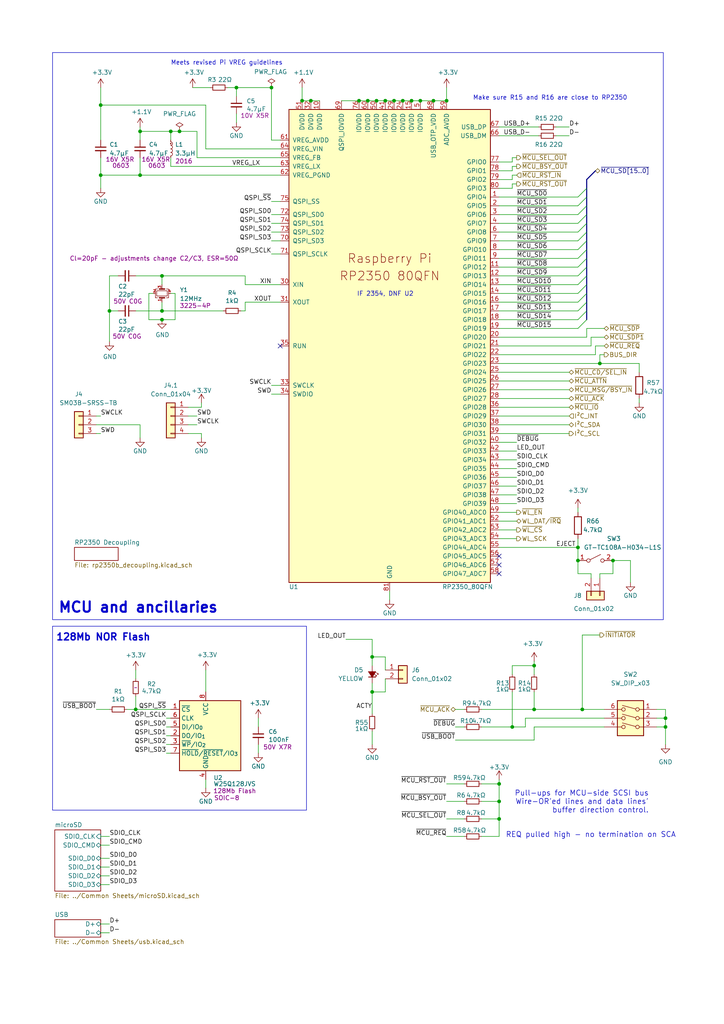
<source format=kicad_sch>
(kicad_sch (version 20250114) (generator "eeschema") (generator_version "9.0")
  (paper "A4" portrait)
  (title_block (title "GBSCSI2 Common Platform Core - RP235xB, Wide") (date "2026-02-01") (rev "2.0") (comment 1 "Drawn by George R. M."))
  (rectangle (start 15.24 15.24) (end 192.405 179.705))
  (rectangle (start 15.24 181.61) (end 88.9 234.95))
  (text "128Mb NOR Flash" (at 29.972 184.912 0) (effects (font (size 2 2) (thickness 0.4) (bold yes))))
  (text "Pull-ups for MCU-side SCSI bus\nWire-OR'ed lines and data lines'\nbuffer direction control." (at 188.214 235.966 0) (effects (font (size 1.524 1.524)) (justify right bottom)))
  (text "IF 2354, DNF U2" (at 111.76 85.344 0) (effects (font (size 1.27 1.27))))
  (text "MCU and ancillaries" (at 16.764 178.054 0) (effects (font (size 3 3) (thickness 0.6) (bold yes)) (justify left bottom)))
  (text "REQ pulled high - no termination on SCA" (at 196.088 243.078 0) (effects (font (size 1.524 1.524)) (justify right bottom)))
  (text "Make sure R15 and R16 are close to RP2350" (at 137.16 29.21 0) (effects (font (size 1.27 1.27)) (justify left bottom)))
  (text "Meets revised Pi VREG guidelines" (at 49.53 19.05 0) (effects (font (size 1.27 1.27)) (justify left bottom)))
  (junction (at 125.73 29.21))
  (junction (at 90.17 29.21))
  (junction (at 46.99 90.17))
  (junction (at 52.07 38.1))
  (junction (at 119.38 29.21))
  (junction (at 167.64 162.56))
  (junction (at 29.21 50.8))
  (junction (at 46.99 92.71))
  (junction (at 167.64 158.75))
  (junction (at 114.3 29.21))
  (junction (at 177.8 162.56))
  (junction (at 49.53 38.1))
  (junction (at 107.95 190.5))
  (junction (at 111.76 29.21))
  (junction (at 193.04 210.82))
  (junction (at 107.95 200.66))
  (junction (at 121.92 29.21))
  (junction (at 78.74 25.4))
  (junction (at 39.37 205.74))
  (junction (at 129.54 29.21))
  (junction (at 154.94 205.74))
  (junction (at 106.68 29.21))
  (junction (at 87.63 29.21))
  (junction (at 144.78 237.49))
  (junction (at 46.99 80.01))
  (junction (at 144.78 227.33))
  (junction (at 173.99 105.41))
  (junction (at 40.64 38.1))
  (junction (at 104.14 29.21))
  (junction (at 109.22 29.21))
  (junction (at 40.64 50.8))
  (junction (at 168.91 205.74))
  (junction (at 154.94 193.04))
  (junction (at 29.21 30.48))
  (junction (at 68.58 25.4))
  (junction (at 144.78 232.41))
  (junction (at 116.84 29.21))
  (junction (at 31.75 90.17))
  (junction (at 148.59 210.82))
  (junction (at 193.04 208.28))
  (no_connect (at 144.78 166.37))
  (no_connect (at 144.78 163.83))
  (no_connect (at 144.78 161.29))
  (no_connect (at 81.28 100.33))
  (bus_entry (at 167.64 74.93) (size 2.54 -2.54))
  (bus_entry (at 167.64 59.69) (size 2.54 -2.54))
  (bus_entry (at 167.64 77.47) (size 2.54 -2.54))
  (bus_entry (at 167.64 80.01) (size 2.54 -2.54))
  (bus_entry (at 167.64 72.39) (size 2.54 -2.54))
  (bus_entry (at 167.64 82.55) (size 2.54 -2.54))
  (bus_entry (at 167.64 90.17) (size 2.54 -2.54))
  (bus_entry (at 167.64 69.85) (size 2.54 -2.54))
  (bus_entry (at 167.64 85.09) (size 2.54 -2.54))
  (bus_entry (at 167.64 92.71) (size 2.54 -2.54))
  (bus_entry (at 167.64 64.77) (size 2.54 -2.54))
  (bus_entry (at 167.64 67.31) (size 2.54 -2.54))
  (bus_entry (at 167.64 95.25) (size 2.54 -2.54))
  (bus_entry (at 167.64 87.63) (size 2.54 -2.54))
  (bus_entry (at 167.64 57.15) (size 2.54 -2.54))
  (bus_entry (at 167.64 62.23) (size 2.54 -2.54))
  (wire (pts (xy 154.94 205.74) (xy 168.91 205.74)))
  (wire (pts (xy 87.63 25.4) (xy 87.63 29.21)))
  (wire (pts (xy 57.15 45.72) (xy 57.15 38.1)))
  (wire (pts (xy 99.06 29.21) (xy 104.14 29.21)))
  (wire (pts (xy 149.86 50.8) (xy 148.59 50.8)))
  (wire (pts (xy 182.88 162.56) (xy 182.88 168.91)))
  (wire (pts (xy 148.59 50.8) (xy 148.59 52.07)))
  (wire (pts (xy 154.94 193.04) (xy 148.59 193.04)))
  (wire (pts (xy 170.18 95.25) (xy 170.18 97.79)))
  (bus (pts (xy 170.18 67.31) (xy 170.18 64.77)))
  (wire (pts (xy 148.59 52.07) (xy 144.78 52.07)))
  (wire (pts (xy 81.28 58.42) (xy 78.74 58.42)))
  (wire (pts (xy 111.76 29.21) (xy 114.3 29.21)))
  (wire (pts (xy 54.61 120.65) (xy 57.15 120.65)))
  (wire (pts (xy 148.59 210.82) (xy 152.4 210.82)))
  (wire (pts (xy 173.99 102.87) (xy 173.99 105.41)))
  (wire (pts (xy 74.93 210.82) (xy 74.93 208.28)))
  (wire (pts (xy 36.83 205.74) (xy 39.37 205.74)))
  (wire (pts (xy 149.86 148.59) (xy 144.78 148.59)))
  (wire (pts (xy 149.86 53.34) (xy 148.59 53.34)))
  (wire (pts (xy 78.74 25.4) (xy 78.74 40.64)))
  (wire (pts (xy 173.99 105.41) (xy 185.42 105.41)))
  (wire (pts (xy 71.12 82.55) (xy 81.28 82.55)))
  (wire (pts (xy 148.59 45.72) (xy 148.59 46.99)))
  (wire (pts (xy 149.86 130.81) (xy 144.78 130.81)))
  (wire (pts (xy 31.75 251.46) (xy 29.21 251.46)))
  (wire (pts (xy 144.78 87.63) (xy 167.64 87.63)))
  (wire (pts (xy 193.04 208.28) (xy 190.5 208.28)))
  (bus (pts (xy 170.18 52.07) (xy 170.18 54.61)))
  (wire (pts (xy 144.78 95.25) (xy 167.64 95.25)))
  (wire (pts (xy 107.95 212.09) (xy 107.95 215.9)))
  (wire (pts (xy 144.78 67.31) (xy 167.64 67.31)))
  (wire (pts (xy 144.78 107.95) (xy 165.1 107.95)))
  (wire (pts (xy 139.7 237.49) (xy 144.78 237.49)))
  (wire (pts (xy 148.59 200.66) (xy 148.59 210.82)))
  (wire (pts (xy 144.78 69.85) (xy 167.64 69.85)))
  (bus (pts (xy 170.18 69.85) (xy 170.18 67.31)))
  (wire (pts (xy 31.75 254) (xy 29.21 254)))
  (wire (pts (xy 54.61 125.73) (xy 58.42 125.73)))
  (wire (pts (xy 87.63 29.21) (xy 90.17 29.21)))
  (wire (pts (xy 139.7 242.57) (xy 144.78 242.57)))
  (wire (pts (xy 106.68 29.21) (xy 109.22 29.21)))
  (wire (pts (xy 68.58 33.02) (xy 68.58 35.56)))
  (wire (pts (xy 58.42 125.73) (xy 58.42 127)))
  (wire (pts (xy 31.75 242.57) (xy 29.21 242.57)))
  (wire (pts (xy 144.78 36.83) (xy 156.21 36.83)))
  (wire (pts (xy 111.76 190.5) (xy 107.95 190.5)))
  (wire (pts (xy 154.94 205.74) (xy 139.7 205.74)))
  (wire (pts (xy 69.85 90.17) (xy 71.12 90.17)))
  (wire (pts (xy 100.33 185.42) (xy 107.95 185.42)))
  (wire (pts (xy 149.86 48.26) (xy 148.59 48.26)))
  (wire (pts (xy 29.21 125.73) (xy 27.94 125.73)))
  (wire (pts (xy 149.86 138.43) (xy 144.78 138.43)))
  (wire (pts (xy 172.72 102.87) (xy 144.78 102.87)))
  (wire (pts (xy 49.53 45.72) (xy 49.53 48.26)))
  (wire (pts (xy 59.69 30.48) (xy 59.69 43.18)))
  (wire (pts (xy 40.64 38.1) (xy 49.53 38.1)))
  (wire (pts (xy 154.94 200.66) (xy 154.94 205.74)))
  (wire (pts (xy 121.92 29.21) (xy 125.73 29.21)))
  (wire (pts (xy 171.45 100.33) (xy 144.78 100.33)))
  (bus (pts (xy 170.18 64.77) (xy 170.18 62.23)))
  (wire (pts (xy 29.21 30.48) (xy 29.21 40.64)))
  (wire (pts (xy 40.64 50.8) (xy 81.28 50.8)))
  (wire (pts (xy 148.59 48.26) (xy 148.59 49.53)))
  (wire (pts (xy 129.54 237.49) (xy 134.62 237.49)))
  (wire (pts (xy 165.1 113.03) (xy 144.78 113.03)))
  (bus (pts (xy 170.18 87.63) (xy 170.18 85.09)))
  (wire (pts (xy 49.53 48.26) (xy 81.28 48.26)))
  (wire (pts (xy 71.12 80.01) (xy 71.12 82.55)))
  (wire (pts (xy 144.78 158.75) (xy 167.64 158.75)))
  (wire (pts (xy 66.04 25.4) (xy 68.58 25.4)))
  (wire (pts (xy 144.78 80.01) (xy 167.64 80.01)))
  (wire (pts (xy 165.1 125.73) (xy 144.78 125.73)))
  (wire (pts (xy 111.76 200.66) (xy 107.95 200.66)))
  (wire (pts (xy 170.18 97.79) (xy 144.78 97.79)))
  (wire (pts (xy 111.76 200.66) (xy 111.76 196.85)))
  (wire (pts (xy 27.94 205.74) (xy 31.75 205.74)))
  (wire (pts (xy 165.1 118.11) (xy 144.78 118.11)))
  (wire (pts (xy 31.75 248.92) (xy 29.21 248.92)))
  (wire (pts (xy 34.29 90.17) (xy 31.75 90.17)))
  (bus (pts (xy 170.18 82.55) (xy 170.18 80.01)))
  (wire (pts (xy 68.58 25.4) (xy 68.58 27.94)))
  (wire (pts (xy 173.99 166.37) (xy 173.99 167.64)))
  (wire (pts (xy 154.94 210.82) (xy 175.26 210.82)))
  (wire (pts (xy 170.18 95.25) (xy 175.26 95.25)))
  (wire (pts (xy 161.29 39.37) (xy 165.1 39.37)))
  (wire (pts (xy 149.86 156.21) (xy 144.78 156.21)))
  (wire (pts (xy 39.37 194.31) (xy 39.37 196.85)))
  (wire (pts (xy 31.75 267.97) (xy 29.21 267.97)))
  (wire (pts (xy 144.78 105.41) (xy 173.99 105.41)))
  (wire (pts (xy 144.78 62.23) (xy 167.64 62.23)))
  (wire (pts (xy 48.26 208.28) (xy 49.53 208.28)))
  (wire (pts (xy 144.78 74.93) (xy 167.64 74.93)))
  (bus (pts (xy 170.18 54.61) (xy 170.18 57.15)))
  (bus (pts (xy 170.18 90.17) (xy 170.18 87.63)))
  (wire (pts (xy 46.99 87.63) (xy 46.99 90.17)))
  (wire (pts (xy 144.78 92.71) (xy 167.64 92.71)))
  (wire (pts (xy 107.95 200.66) (xy 107.95 207.01)))
  (wire (pts (xy 175.26 100.33) (xy 172.72 100.33)))
  (wire (pts (xy 144.78 77.47) (xy 167.64 77.47)))
  (wire (pts (xy 132.08 210.82) (xy 134.62 210.82)))
  (wire (pts (xy 167.64 147.32) (xy 167.64 148.59)))
  (wire (pts (xy 125.73 29.21) (xy 129.54 29.21)))
  (wire (pts (xy 185.42 116.84) (xy 185.42 115.57)))
  (wire (pts (xy 129.54 242.57) (xy 134.62 242.57)))
  (wire (pts (xy 43.18 85.09) (xy 44.45 85.09)))
  (wire (pts (xy 167.64 162.56) (xy 167.64 158.75)))
  (wire (pts (xy 148.59 210.82) (xy 139.7 210.82)))
  (wire (pts (xy 149.86 140.97) (xy 144.78 140.97)))
  (wire (pts (xy 39.37 80.01) (xy 46.99 80.01)))
  (wire (pts (xy 46.99 92.71) (xy 43.18 92.71)))
  (wire (pts (xy 71.12 87.63) (xy 71.12 90.17)))
  (wire (pts (xy 107.95 185.42) (xy 107.95 190.5)))
  (wire (pts (xy 149.86 151.13) (xy 144.78 151.13)))
  (wire (pts (xy 171.45 97.79) (xy 175.26 97.79)))
  (wire (pts (xy 193.04 210.82) (xy 193.04 215.9)))
  (wire (pts (xy 168.91 184.15) (xy 168.91 205.74)))
  (wire (pts (xy 81.28 111.76) (xy 78.74 111.76)))
  (wire (pts (xy 107.95 198.12) (xy 107.95 200.66)))
  (wire (pts (xy 49.53 210.82) (xy 48.26 210.82)))
  (wire (pts (xy 119.38 29.21) (xy 121.92 29.21)))
  (wire (pts (xy 165.1 115.57) (xy 144.78 115.57)))
  (wire (pts (xy 148.59 54.61) (xy 144.78 54.61)))
  (wire (pts (xy 78.74 69.85) (xy 81.28 69.85)))
  (wire (pts (xy 149.86 45.72) (xy 148.59 45.72)))
  (wire (pts (xy 139.7 227.33) (xy 144.78 227.33)))
  (wire (pts (xy 111.76 194.31) (xy 111.76 190.5)))
  (wire (pts (xy 59.69 43.18) (xy 81.28 43.18)))
  (wire (pts (xy 193.04 205.74) (xy 193.04 208.28)))
  (wire (pts (xy 50.8 85.09) (xy 50.8 92.71)))
  (wire (pts (xy 148.59 49.53) (xy 144.78 49.53)))
  (wire (pts (xy 134.62 227.33) (xy 129.54 227.33)))
  (wire (pts (xy 154.94 193.04) (xy 154.94 195.58)))
  (wire (pts (xy 144.78 237.49) (xy 144.78 232.41)))
  (wire (pts (xy 39.37 205.74) (xy 49.53 205.74)))
  (wire (pts (xy 148.59 53.34) (xy 148.59 54.61)))
  (wire (pts (xy 144.78 57.15) (xy 167.64 57.15)))
  (wire (pts (xy 49.53 38.1) (xy 49.53 40.64)))
  (wire (pts (xy 114.3 29.21) (xy 116.84 29.21)))
  (wire (pts (xy 190.5 205.74) (xy 193.04 205.74)))
  (wire (pts (xy 50.8 92.71) (xy 46.99 92.71)))
  (wire (pts (xy 167.64 156.21) (xy 167.64 158.75)))
  (wire (pts (xy 29.21 50.8) (xy 29.21 54.61)))
  (bus (pts (xy 170.18 80.01) (xy 170.18 77.47)))
  (wire (pts (xy 54.61 123.19) (xy 57.15 123.19)))
  (wire (pts (xy 154.94 214.63) (xy 154.94 210.82)))
  (wire (pts (xy 177.8 162.56) (xy 177.8 166.37)))
  (wire (pts (xy 78.74 64.77) (xy 81.28 64.77)))
  (wire (pts (xy 29.21 120.65) (xy 27.94 120.65)))
  (wire (pts (xy 34.29 80.01) (xy 31.75 80.01)))
  (bus (pts (xy 170.18 74.93) (xy 170.18 77.47)))
  (wire (pts (xy 90.17 29.21) (xy 92.71 29.21)))
  (bus (pts (xy 170.18 72.39) (xy 170.18 69.85)))
  (wire (pts (xy 132.08 205.74) (xy 134.62 205.74)))
  (wire (pts (xy 52.07 38.1) (xy 57.15 38.1)))
  (wire (pts (xy 144.78 120.65) (xy 165.1 120.65)))
  (wire (pts (xy 39.37 90.17) (xy 46.99 90.17)))
  (wire (pts (xy 31.75 90.17) (xy 31.75 99.06)))
  (wire (pts (xy 68.58 25.4) (xy 78.74 25.4)))
  (wire (pts (xy 43.18 92.71) (xy 43.18 85.09)))
  (wire (pts (xy 134.62 232.41) (xy 129.54 232.41)))
  (wire (pts (xy 107.95 190.5) (xy 107.95 193.04)))
  (wire (pts (xy 152.4 208.28) (xy 152.4 210.82)))
  (wire (pts (xy 144.78 72.39) (xy 167.64 72.39)))
  (wire (pts (xy 31.75 245.11) (xy 29.21 245.11)))
  (wire (pts (xy 49.53 218.44) (xy 48.26 218.44)))
  (wire (pts (xy 144.78 85.09) (xy 167.64 85.09)))
  (wire (pts (xy 139.7 232.41) (xy 144.78 232.41)))
  (wire (pts (xy 193.04 208.28) (xy 193.04 210.82)))
  (wire (pts (xy 149.86 135.89) (xy 144.78 135.89)))
  (wire (pts (xy 59.69 194.31) (xy 59.69 200.66)))
  (wire (pts (xy 49.53 85.09) (xy 50.8 85.09)))
  (wire (pts (xy 177.8 162.56) (xy 182.88 162.56)))
  (wire (pts (xy 152.4 208.28) (xy 175.26 208.28)))
  (wire (pts (xy 193.04 210.82) (xy 190.5 210.82)))
  (wire (pts (xy 29.21 25.4) (xy 29.21 30.48)))
  (wire (pts (xy 149.86 128.27) (xy 144.78 128.27)))
  (wire (pts (xy 144.78 59.69) (xy 167.64 59.69)))
  (wire (pts (xy 81.28 45.72) (xy 57.15 45.72)))
  (wire (pts (xy 185.42 105.41) (xy 185.42 107.95)))
  (wire (pts (xy 167.64 162.56) (xy 167.64 166.37)))
  (wire (pts (xy 31.75 270.51) (xy 29.21 270.51)))
  (wire (pts (xy 49.53 213.36) (xy 48.26 213.36)))
  (wire (pts (xy 148.59 46.99) (xy 144.78 46.99)))
  (wire (pts (xy 46.99 80.01) (xy 71.12 80.01)))
  (wire (pts (xy 29.21 50.8) (xy 40.64 50.8)))
  (wire (pts (xy 40.64 123.19) (xy 40.64 127)))
  (wire (pts (xy 129.54 25.4) (xy 129.54 29.21)))
  (wire (pts (xy 173.99 166.37) (xy 177.8 166.37)))
  (wire (pts (xy 148.59 195.58) (xy 148.59 193.04)))
  (wire (pts (xy 46.99 80.01) (xy 46.99 82.55)))
  (wire (pts (xy 78.74 40.64) (xy 81.28 40.64)))
  (wire (pts (xy 144.78 64.77) (xy 167.64 64.77)))
  (wire (pts (xy 173.99 102.87) (xy 175.26 102.87)))
  (wire (pts (xy 74.93 215.9) (xy 74.93 218.44)))
  (wire (pts (xy 54.61 118.11) (xy 58.42 118.11)))
  (wire (pts (xy 149.86 146.05) (xy 144.78 146.05)))
  (wire (pts (xy 29.21 30.48) (xy 59.69 30.48)))
  (wire (pts (xy 59.69 228.6) (xy 59.69 226.06)))
  (wire (pts (xy 161.29 36.83) (xy 165.1 36.83)))
  (wire (pts (xy 144.78 39.37) (xy 156.21 39.37)))
  (wire (pts (xy 144.78 82.55) (xy 167.64 82.55)))
  (wire (pts (xy 167.64 166.37) (xy 171.45 166.37)))
  (wire (pts (xy 144.78 227.33) (xy 144.78 226.06)))
  (wire (pts (xy 104.14 29.21) (xy 106.68 29.21)))
  (wire (pts (xy 29.21 45.72) (xy 29.21 50.8)))
  (bus (pts (xy 170.18 52.07) (xy 172.72 49.53)))
  (wire (pts (xy 144.78 237.49) (xy 144.78 242.57)))
  (wire (pts (xy 109.22 29.21) (xy 111.76 29.21)))
  (wire (pts (xy 113.03 173.99) (xy 113.03 171.45)))
  (wire (pts (xy 171.45 166.37) (xy 171.45 167.64)))
  (wire (pts (xy 78.74 67.31) (xy 81.28 67.31)))
  (wire (pts (xy 55.88 25.4) (xy 60.96 25.4)))
  (wire (pts (xy 165.1 110.49) (xy 144.78 110.49)))
  (wire (pts (xy 149.86 153.67) (xy 144.78 153.67)))
  (bus (pts (xy 170.18 92.71) (xy 170.18 90.17)))
  (wire (pts (xy 144.78 90.17) (xy 167.64 90.17)))
  (wire (pts (xy 171.45 97.79) (xy 171.45 100.33)))
  (wire (pts (xy 71.12 87.63) (xy 81.28 87.63)))
  (wire (pts (xy 46.99 90.17) (xy 64.77 90.17)))
  (wire (pts (xy 168.91 184.15) (xy 173.99 184.15)))
  (bus (pts (xy 170.18 72.39) (xy 170.18 74.93)))
  (wire (pts (xy 144.78 232.41) (xy 144.78 227.33)))
  (wire (pts (xy 116.84 29.21) (xy 119.38 29.21)))
  (bus (pts (xy 170.18 62.23) (xy 170.18 59.69)))
  (bus (pts (xy 170.18 85.09) (xy 170.18 82.55)))
  (wire (pts (xy 31.75 80.01) (xy 31.75 90.17)))
  (wire (pts (xy 40.64 45.72) (xy 40.64 50.8)))
  (wire (pts (xy 154.94 214.63) (xy 132.08 214.63)))
  (wire (pts (xy 40.64 36.83) (xy 40.64 38.1)))
  (wire (pts (xy 154.94 191.77) (xy 154.94 193.04)))
  (wire (pts (xy 149.86 133.35) (xy 144.78 133.35)))
  (wire (pts (xy 27.94 123.19) (xy 40.64 123.19)))
  (wire (pts (xy 31.75 256.54) (xy 29.21 256.54)))
  (wire (pts (xy 81.28 73.66) (xy 78.74 73.66)))
  (wire (pts (xy 149.86 143.51) (xy 144.78 143.51)))
  (wire (pts (xy 168.91 205.74) (xy 175.26 205.74)))
  (wire (pts (xy 39.37 201.93) (xy 39.37 205.74)))
  (wire (pts (xy 49.53 215.9) (xy 48.26 215.9)))
  (wire (pts (xy 81.28 114.3) (xy 78.74 114.3)))
  (wire (pts (xy 165.1 123.19) (xy 144.78 123.19)))
  (wire (pts (xy 40.64 38.1) (xy 40.64 40.64)))
  (wire (pts (xy 78.74 62.23) (xy 81.28 62.23)))
  (wire (pts (xy 172.72 100.33) (xy 172.72 102.87)))
  (bus (pts (xy 170.18 59.69) (xy 170.18 57.15)))
  (wire (pts (xy 49.53 38.1) (xy 52.07 38.1)))
  (wire (pts (xy 58.42 118.11) (xy 58.42 116.84)))
  (label "ACTY" (at 107.95 205.74 180))
  (label "QSPI_SCLK" (at 48.26 208.28 180))
  (label "SDIO_D2" (at 31.75 254 0))
  (label "~{MCU_SD9}" (at 149.86 80.01 0))
  (label "SWD" (at 78.74 114.3 180))
  (label "~{MCU_SD1}" (at 149.86 59.69 0))
  (label "QSPI_SD1" (at 48.26 213.36 180))
  (label "SDIO_CMD" (at 149.86 135.89 0))
  (label "~{USB_BOOT}" (at 27.94 205.74 180))
  (label "SDIO_D0" (at 31.75 248.92 0))
  (label "SDIO_D0" (at 149.86 138.43 0))
  (label "~{MCU_SD4}" (at 149.86 67.31 0))
  (label "XIN" (at 78.74 82.55 180))
  (label "~{MCU_SD15}" (at 149.86 95.25 0))
  (label "~{MCU_SEL_OUT}" (at 129.54 237.49 180))
  (label "SWCLK" (at 29.21 120.65 0))
  (label "~{MCU_REQ}" (at 129.54 242.57 180))
  (label "~{MCU_SD2}" (at 149.86 62.23 0))
  (label "QSPI_SCLK" (at 78.74 73.66 180))
  (label "D+" (at 31.75 267.97 0))
  (label "QSPI_SD1" (at 78.74 64.77 180))
  (label "D-" (at 31.75 270.51 0))
  (label "EJECT" (at 161.29 158.75 0))
  (label "QSPI_SD3" (at 78.74 69.85 180))
  (label "SDIO_D1" (at 31.75 251.46 0))
  (label "SDIO_D3" (at 31.75 256.54 0))
  (label "QSPI_~{SS}" (at 78.74 58.42 180))
  (label "~{DEBUG}" (at 149.86 128.27 0))
  (label "VREG_LX" (at 67.31 48.26 0))
  (label "~{MCU_RST_OUT}" (at 129.54 227.33 180))
  (label "~{MCU_SD14}" (at 149.86 92.71 0))
  (label "QSPI_SD2" (at 78.74 67.31 180))
  (label "SDIO_D2" (at 149.86 143.51 0))
  (label "SDIO_D1" (at 149.86 140.97 0))
  (label "QSPI_SD0" (at 78.74 62.23 180))
  (label "~{USB_BOOT}" (at 132.08 214.63 180))
  (label "SWCLK" (at 57.15 123.19 0))
  (label "~{DEBUG}" (at 132.08 210.82 180))
  (label "SWD" (at 29.21 125.73 0))
  (label "LED_OUT" (at 149.86 130.81 0))
  (label "QSPI_SD2" (at 48.26 215.9 180))
  (label "~{MCU_SD3}" (at 149.86 64.77 0))
  (label "~{MCU_SD13}" (at 149.86 90.17 0))
  (label "D+" (at 165.1 36.83 0))
  (label "~{MCU_SD11}" (at 149.86 85.09 0))
  (label "~{MCU_SD8}" (at 149.86 77.47 0))
  (label "SDIO_CLK" (at 31.75 242.57 0))
  (label "SDIO_CLK" (at 149.86 133.35 0))
  (label "QSPI_SD3" (at 48.26 218.44 180))
  (label "SDIO_D3" (at 149.86 146.05 0))
  (label "XOUT" (at 78.74 87.63 180))
  (label "SDIO_CMD" (at 31.75 245.11 0))
  (label "~{MCU_SD6}" (at 149.86 72.39 0))
  (label "~{MCU_SD7}" (at 149.86 74.93 0))
  (label "LED_OUT" (at 100.33 185.42 180))
  (label "USB_D-" (at 146.05 39.37 0))
  (label "D-" (at 165.1 39.37 0))
  (label "~{MCU_SD5}" (at 149.86 69.85 0))
  (label "~{MCU_SD0}" (at 149.86 57.15 0))
  (label "~{MCU_SD12}" (at 149.86 87.63 0))
  (label "USB_D+" (at 146.05 36.83 0))
  (label "~{MCU_SD10}" (at 149.86 82.55 0))
  (label "SWCLK" (at 78.74 111.76 180))
  (label "QSPI_~{SS}" (at 48.26 205.74 180))
  (label "QSPI_SD0" (at 48.26 210.82 180))
  (label "~{MCU_BSY_OUT}" (at 129.54 232.41 180))
  (label "SWD" (at 57.15 120.65 0))
  (hierarchical_label "~{MCU_ACK}" (shape bidirectional) (at 132.08 205.74 180))
  (hierarchical_label "~{MCU_RST_OUT}" (shape output) (at 149.86 53.34 0))
  (hierarchical_label "~{MCU_SDP1}" (shape bidirectional) (at 175.26 97.79 0))
  (hierarchical_label "~{WL_CS}" (shape output) (at 149.86 153.67 0))
  (hierarchical_label "~{MCU_IO}" (shape bidirectional) (at 165.1 118.11 0))
  (hierarchical_label "~{MCU_ACK}" (shape bidirectional) (at 165.1 115.57 0))
  (hierarchical_label "BUS_DIR" (shape output) (at 175.26 102.87 0))
  (hierarchical_label "I²C_INT" (shape input) (at 165.1 120.65 0))
  (hierarchical_label "~{MCU_BSY_OUT}" (shape output) (at 149.86 48.26 0))
  (hierarchical_label "~{MCU_CD{slash}SEL_IN}" (shape bidirectional) (at 165.1 107.95 0))
  (hierarchical_label "~{MCU_ATTN}" (shape bidirectional) (at 165.1 110.49 0))
  (hierarchical_label "~{MCU_SEL_OUT}" (shape output) (at 149.86 45.72 0))
  (hierarchical_label "~{MCU_REQ}" (shape bidirectional) (at 175.26 100.33 0))
  (hierarchical_label "I²C_SCL" (shape output) (at 165.1 125.73 0))
  (hierarchical_label "WL_SCK" (shape output) (at 149.86 156.21 0))
  (hierarchical_label "~{MCU_RST_IN}" (shape input) (at 149.86 50.8 0))
  (hierarchical_label "I²C_SDA" (shape bidirectional) (at 165.1 123.19 0))
  (hierarchical_label "~{MCU_SD[15..0]}" (shape bidirectional) (at 172.72 49.53 0))
  (hierarchical_label "WL_DAT{slash}~{IRQ}" (shape bidirectional) (at 149.86 151.13 0))
  (hierarchical_label "~{INITIATOR}" (shape output) (at 173.99 184.15 0))
  (hierarchical_label "~{WL_EN}" (shape output) (at 149.86 148.59 0))
  (hierarchical_label "~{MCU_SDP}" (shape bidirectional) (at 175.26 95.25 0))
  (hierarchical_label "~{MCU_MSG{slash}BSY_IN}" (shape bidirectional) (at 165.1 113.03 0))
  (symbol (lib_id "Switch:SW_SPST") (at 172.72 162.56 0) (unit 1)
    (property "Reference" "SW3" (at 178.054 156.21 0))
    (property "Value" "GT-TC108A-H034-L1S" (at 180.594 158.75 0))
    (property "Footprint" "GBSCSI:SW_Push_1P1T-MP_NO_Horizontal_Alps_SKRTLAE010" (effects (hide yes)))
  )
  (symbol (lib_id "Device:LED_Small_Filled") (at 107.95 195.58 270) (mirror x) (unit 1)
    (property "Reference" "D5" (at 105.41 194.31 90) (effects (justify right)))
    (property "Value" "YELLOW" (at 105.41 196.7865 90) (effects (justify right)))
    (property "Footprint" "LED_SMD:LED_0603_1608Metric" (effects (hide yes)))
    (property "LCSC" "C72038" (effects (hide yes)))
    (property "Sim.Pins" "1=K 2=A" (effects (hide yes)))
  )
  (symbol (lib_id "power:GND") (at 59.69 228.6 0) (unit 1)
    (property "Reference" "#PWR012" (effects (hide yes)))
    (property "Value" "GND" (at 59.69 232.41 0))
  )
  (symbol (lib_id "Device:R_Small") (at 67.31 90.17 270) (unit 1)
    (property "Reference" "R4" (at 67.31 84.9122 90) (effects (font (size 1.2 1.2))))
    (property "Value" "1kΩ" (at 67.31 87.2236 90))
    (property "Footprint" "Resistor_SMD:R_0402_1005Metric" (effects (hide yes)))
    (property "LCSC" "C11702" (effects (hide yes)))
    (property "Preferred MPN" "0402WGF1001TCE" (effects (hide yes)))
    (property "Alternate Part Number" "RC0402FR-0710KL" (effects (hide yes)))
    (property "Case/Package" "0402" (effects (hide yes)))
    (property "Dimensions" "1.0x0.5mm" (effects (hide yes)))
  )
  (symbol (lib_id "Device:C_Small") (at 40.64 43.18 0) (unit 1)
    (property "Reference" "C4" (at 43.18 41.9162 0) (effects (font (size 1.2 1.2)) (justify left)))
    (property "Value" "4.7μF" (at 43.18 44.4562 0) (effects (justify left)))
    (property "Footprint" "Capacitor_SMD:C_0603_1608Metric" (effects (hide yes)))
    (property "LCSC" "C19666" (effects (hide yes)))
    (property "Preferred MPN" "CL10A475KO8NNNC" (effects (hide yes)))
    (property "Alternate Part Number" "CL10A475KA8NQNC" (effects (hide yes)))
    (property "Nominal Preferred Characteristics" "16V X5R" (at 45.212 46.228 0))
    (property "Case/Package" "0603" (at 45.466 48.006 0))
    (property "Dimensions" "1.6x0.8mm" (effects (hide yes)))
  )
  (symbol (lib_id "Device:R_Small") (at 137.16 210.82 270) (mirror x) (unit 1)
    (property "Reference" "R10" (at 135.382 209.042 90))
    (property "Value" "4.7kΩ" (at 139.7 209.042 90))
    (property "Footprint" "Resistor_SMD:R_0603_1608Metric" (effects (hide yes)))
    (property "LCSC" "C23162" (effects (hide yes)))
    (property "LCSC Part #" "C23162" (effects (hide yes)))
  )
  (symbol (lib_id "Connector_Generic:Conn_01x03") (at 22.86 123.19 0) (mirror y) (unit 1)
    (property "Reference" "J4" (at 22.86 114.3 0) (effects (font (size 1.2 1.2))))
    (property "Value" "SM03B-SRSS-TB" (at 25.654 116.84 0))
    (property "Footprint" "Connector_JST:JST_SH_SM03B-SRSS-TB_1x03-1MP_P1.00mm_Horizontal" (effects (hide yes)))
    (property "Description" "JST SH Connector, Right Angle, 1mm pitch, 3 pins" (effects (hide yes)))
    (property "Preferred MPN" "SM03B-SRSS-TB" (effects (hide yes)))
    (property "Alternate Part Number" "HC-1.0-3PWT" (effects (hide yes)))
    (property "Comment" "RP2350 Debug Connector" (effects (hide yes)))
    (property "LCSC" "C160403" (effects (hide yes)))
    (property "Case/Package" "JST-PH-3-H" (effects (hide yes)))
  )
  (symbol (lib_id "Device:C_Small") (at 36.83 90.17 270) (unit 1)
    (property "Reference" "C3" (at 34.29 93.218 90) (effects (font (size 1.2 1.2)) (justify left)))
    (property "Value" "22pF" (at 34.29 95.5294 90) (effects (justify left)))
    (property "Footprint" "Capacitor_SMD:C_0402_1005Metric" (effects (hide yes)))
    (property "LCSC" "C1555" (effects (hide yes)))
    (property "Preferred MPN" "0402CG220J500NT" (effects (hide yes)))
    (property "Alternate Part Number" "CL05C220JB5NNNC" (effects (hide yes)))
    (property "Nominal Preferred Characteristics" "50V C0G" (at 36.83 97.536 90))
    (property "Case/Package" "0402" (effects (hide yes)))
    (property "Dimensions" "1.0x0.5mm" (effects (hide yes)))
  )
  (symbol (lib_id "Connector_Generic:Conn_01x02") (at 173.99 172.72 270) (unit 1)
    (property "Reference" "J8" (at 166.37 172.72 90) (effects (justify left)))
    (property "Value" "Conn_01x02" (at 166.37 176.53 90) (effects (justify left)))
    (property "Footprint" "Connector_PinHeader_2.54mm:PinHeader_1x02_P2.54mm_Vertical" (effects (hide yes)))
    (property "LCSC" "N/A" (effects (hide yes)))
    (property "LCSC Part #" "N/A" (effects (hide yes)))
  )
  (symbol (lib_id "power:+3.3V") (at 154.94 191.77 0) (mirror y) (unit 1)
    (property "Reference" "#PWR021" (effects (hide yes)))
    (property "Value" "+3.3V" (at 157.48 186.69 0) (effects (justify left)))
    (property "Description" "Power symbol creates a global label with name \"+3.3V\"" (effects (hide yes)))
  )
  (symbol (lib_id "power:+1V1") (at 87.63 25.4 0) (unit 1)
    (property "Reference" "#PWR016" (effects (hide yes)))
    (property "Value" "+1.1V" (at 88.011 21.0058 0))
  )
  (symbol (lib_id "Device:R_Small") (at 137.16 242.57 270) (unit 1)
    (property "Reference" "R58" (at 133.35 240.792 90))
    (property "Value" "4.7kΩ" (at 138.176 240.792 90))
    (property "Footprint" "Resistor_SMD:R_0603_1608Metric" (effects (hide yes)))
    (property "LCSC" "C23162" (effects (hide yes)))
    (property "LCSC Part #" "C23162" (effects (hide yes)))
  )
  (symbol (lib_id "power:GND") (at 182.88 168.91 0) (mirror y) (unit 1)
    (property "Reference" "#PWR027" (effects (hide yes)))
    (property "Value" "GND" (at 182.88 172.72 0))
  )
  (symbol (lib_id "Device:R_Small") (at 137.16 232.41 270) (unit 1)
    (property "Reference" "R6" (at 133.731 230.632 90))
    (property "Value" "4.7kΩ" (at 138.049 230.632 90))
    (property "Footprint" "Resistor_SMD:R_0603_1608Metric" (effects (hide yes)))
    (property "LCSC" "C23162" (effects (hide yes)))
    (property "LCSC Part #" "C23162" (effects (hide yes)))
  )
  (symbol (lib_id "Device:R_Small") (at 107.95 209.55 0) (mirror y) (unit 1)
    (property "Reference" "R55" (at 104.902 209.55 0))
    (property "Value" "1kΩ" (at 104.902 211.328 0))
    (property "Footprint" "Resistor_SMD:R_0603_1608Metric" (effects (hide yes)))
    (property "LCSC" "C21190" (effects (hide yes)))
    (property "LCSC Part #" "C21190" (effects (hide yes)))
  )
  (symbol (lib_id "Device:R_Small") (at 137.16 227.33 270) (unit 1)
    (property "Reference" "R59" (at 133.35 225.552 90))
    (property "Value" "4.7kΩ" (at 138.049 225.552 90))
    (property "Footprint" "Resistor_SMD:R_0603_1608Metric" (effects (hide yes)))
    (property "LCSC" "C23162" (effects (hide yes)))
    (property "LCSC Part #" "C23162" (effects (hide yes)))
  )
  (symbol (lib_id "power:GND") (at 40.64 127 0) (unit 1)
    (property "Reference" "#PWR06" (effects (hide yes)))
    (property "Value" "GND" (at 40.64 130.81 0))
  )
  (symbol (lib_id "power:GND") (at 113.03 173.99 0) (unit 1)
    (property "Reference" "#PWR026" (effects (hide yes)))
    (property "Value" "GND" (at 113.03 177.8 0))
  )
  (symbol (lib_id "power:+1V1") (at 40.64 36.83 0) (unit 1)
    (property "Reference" "#PWR05" (effects (hide yes)))
    (property "Value" "+1.1V" (at 41.021 32.4358 0))
  )
  (symbol (lib_id "power:GND") (at 29.21 54.61 0) (mirror y) (unit 1)
    (property "Reference" "#PWR02" (effects (hide yes)))
    (property "Value" "GND" (at 29.21 58.42 0))
  )
  (symbol (lib_id "power:+3V3") (at 59.69 194.31 0) (unit 1)
    (property "Reference" "#PWR011" (effects (hide yes)))
    (property "Value" "+3.3V" (at 60.071 189.9158 0))
  )
  (symbol (lib_id "Device:R_Small") (at 137.16 205.74 270) (mirror x) (unit 1)
    (property "Reference" "R9" (at 135.382 203.962 90))
    (property "Value" "4.7kΩ" (at 139.7 203.962 90))
    (property "Footprint" "Resistor_SMD:R_0603_1608Metric" (effects (hide yes)))
    (property "LCSC" "C23162" (effects (hide yes)))
    (property "LCSC Part #" "C23162" (effects (hide yes)))
  )
  (symbol (lib_id "Device:C_Small") (at 29.21 43.18 0) (unit 1)
    (property "Reference" "C1" (at 31.75 41.9162 0) (effects (font (size 1.2 1.2)) (justify left)))
    (property "Value" "4.7μF" (at 31.75 44.4562 0) (effects (justify left)))
    (property "Footprint" "Capacitor_SMD:C_0603_1608Metric" (effects (hide yes)))
    (property "LCSC" "C19666" (effects (hide yes)))
    (property "Preferred MPN" "CL10A475KO8NNNC" (effects (hide yes)))
    (property "Alternate Part Number" "CL10A475KA8NQNC" (effects (hide yes)))
    (property "Nominal Preferred Characteristics" "16V X5R" (at 34.798 46.228 0))
    (property "Case/Package" "0603" (at 35.052 48.006 0))
    (property "Dimensions" "1.6x0.8mm" (effects (hide yes)))
  )
  (symbol (lib_id "power:+3V3") (at 74.93 208.28 0) (unit 1)
    (property "Reference" "#PWR014" (effects (hide yes)))
    (property "Value" "+3.3V" (at 75.311 203.8858 0))
  )
  (symbol (lib_id "Device:C_Small") (at 68.58 30.48 0) (unit 1)
    (property "Reference" "C5" (at 71.501 29.3116 0) (effects (font (size 1.2 1.2)) (justify left)))
    (property "Value" "4.7μF" (at 71.501 31.623 0) (effects (justify left)))
    (property "Footprint" "Capacitor_SMD:C_0402_1005Metric" (effects (hide yes)))
    (property "LCSC" "C23733" (effects (hide yes)))
    (property "Preferred MPN" "CL05A475MP5NRNC" (effects (hide yes)))
    (property "Alternate Part Number" "GRM155R61E475ME15D" (effects (hide yes)))
    (property "Nominal Preferred Characteristics" "10V X5R" (at 73.914 33.528 0))
    (property "Case/Package" "0402" (effects (hide yes)))
    (property "Dimensions" "1.0x0.5mm" (effects (hide yes)))
  )
  (symbol (lib_id "Device:C_Small") (at 74.93 213.36 0) (unit 1)
    (property "Reference" "C6" (at 77.851 212.1916 0) (effects (font (size 1.2 1.2)) (justify left)))
    (property "Value" "100nF" (at 77.851 214.503 0) (effects (justify left)))
    (property "Footprint" "Capacitor_SMD:C_0402_1005Metric" (effects (hide yes)))
    (property "LCSC" "C307331" (effects (hide yes)))
    (property "Preferred MPN" "CL05B104KB54PNC" (effects (hide yes)))
    (property "Alternate Part Number" "GRM155R71H104KE14D" (effects (hide yes)))
    (property "Nominal Preferred Characteristics" "50V X7R" (at 80.518 216.662 0))
    (property "Case/Package" "0402" (effects (hide yes)))
    (property "Dimensions" "1.0x0.5mm" (effects (hide yes)))
  )
  (symbol (lib_id "power:+3.3V") (at 144.78 226.06 0) (mirror y) (unit 1)
    (property "Reference" "#PWR017" (effects (hide yes)))
    (property "Value" "+3.3V" (at 144.78 222.504 0))
    (property "Description" "Power symbol creates a global label with name \"+3.3V\"" (effects (hide yes)))
  )
  (symbol (lib_id "Device:R_Small") (at 148.59 198.12 0) (mirror y) (unit 1)
    (property "Reference" "R13" (at 145.796 198.12 0))
    (property "Value" "1kΩ" (at 145.796 199.898 0))
    (property "Footprint" "Resistor_SMD:R_0603_1608Metric" (effects (hide yes)))
    (property "LCSC" "C21190" (effects (hide yes)))
    (property "LCSC Part #" "C21190" (effects (hide yes)))
  )
  (symbol (lib_id "Device:R") (at 167.64 152.4 0) (unit 1)
    (property "Reference" "R66" (at 171.958 151.13 0))
    (property "Value" "4.7kΩ" (at 171.958 153.67 0))
    (property "Footprint" "Resistor_SMD:R_0603_1608Metric" (effects (hide yes)))
    (property "LCSC" "C23162" (effects (hide yes)))
    (property "LCSC Part #" "C23162" (effects (hide yes)))
  )
  (symbol (lib_id "Connector_Generic:Conn_01x04") (at 49.53 120.65 0) (mirror y) (unit 1)
    (property "Reference" "J4.1" (at 49.53 111.76 0))
    (property "Value" "Conn_01x04" (at 49.53 114.3 0))
    (property "Footprint" "Connector_PinHeader_2.54mm:PinHeader_1x04_P2.54mm_Vertical" (effects (hide yes)))
    (property "LCSC" "N/A" (effects (hide yes)))
    (property "LCSC Part #" "N/A" (effects (hide yes)))
  )
  (symbol (lib_id "power:+3V3") (at 167.64 147.32 0) (unit 1)
    (property "Reference" "#PWR018" (effects (hide yes)))
    (property "Value" "+3.3V" (at 167.64 142.24 0))
  )
  (symbol (lib_id "power:GND") (at 74.93 218.44 0) (unit 1)
    (property "Reference" "#PWR015" (effects (hide yes)))
    (property "Value" "GND" (at 74.93 222.25 0))
  )
  (symbol (lib_id "power:+3V3") (at 55.88 25.4 0) (unit 1)
    (property "Reference" "#PWR08" (effects (hide yes)))
    (property "Value" "+3.3V" (at 56.261 21.0058 0))
  )
  (symbol (lib_id "power:GND") (at 107.95 215.9 0) (unit 1)
    (property "Reference" "#PWR022" (effects (hide yes)))
    (property "Value" "GND" (at 107.95 219.71 0))
  )
  (symbol (lib_id "power:GND") (at 31.75 99.06 0) (unit 1)
    (property "Reference" "#PWR03" (effects (hide yes)))
    (property "Value" "GND" (at 31.877 103.4542 0))
  )
  (symbol (lib_id "power:GND") (at 68.58 35.56 0) (unit 1)
    (property "Reference" "#PWR013" (effects (hide yes)))
    (property "Value" "GND" (at 68.58 39.37 0))
  )
  (symbol (lib_id "Memory_Flash:W25Q128JVS") (at 59.69 213.36 0) (unit 1)
    (property "Reference" "U2" (at 63.246 225.552 0) (effects (font (size 1.2 1.2))))
    (property "Value" "W25Q128JVS" (at 68.072 227.33 0))
    (property "Footprint" "Package_SO:SOIC-8_5.23x5.23mm_P1.27mm" (effects (hide yes)))
    (property "Datasheet" "http://www.winbond.com/resource-files/w25q128jv_dtr%20revc%2003272018%20plus.pdf" (effects (hide yes)))
    (property "Description" "128Mb NOR Flash, QSPI" (effects (hide yes)))
    (property "LCSC" "C97521" (effects (hide yes)))
    (property "Preferred MPN" "W25Q128JVSIQ" (effects (hide yes)))
    (property "Alternate Part Number" "W25Q128JVSIM" (effects (hide yes)))
    (property "Comment" "128Mb Flash" (at 68.072 229.362 0))
    (property "Case/Package" "SOIC-8" (at 65.786 231.394 0))
    (property "Dimensions" "5.2x5.2mm" (effects (hide yes)))
  )
  (symbol (lib_id "Device:R_Small") (at 137.16 237.49 270) (unit 1)
    (property "Reference" "R8" (at 133.731 235.712 90))
    (property "Value" "4.7kΩ" (at 138.049 235.712 90))
    (property "Footprint" "Resistor_SMD:R_0603_1608Metric" (effects (hide yes)))
    (property "LCSC" "C23162" (effects (hide yes)))
    (property "LCSC Part #" "C23162" (effects (hide yes)))
  )
  (symbol (lib_id "Device:Crystal_GND24_Small") (at 46.99 85.09 270) (mirror x) (unit 1)
    (property "Reference" "Y1" (at 53.34 84.074 90) (effects (font (size 1.2 1.2))))
    (property "Value" "12MHz" (at 55.372 86.614 90))
    (property "Footprint" "Crystal:Crystal_SMD_3225-4Pin_3.2x2.5mm" (effects (hide yes)))
    (property "Datasheet" "https://jlcpcb.com/api/file/downloadByFileSystemAccessId/8586196179940495360" (effects (hide yes)))
    (property "LCSC" "C133334" (effects (hide yes)))
    (property "Preferred MPN" "TAXM12M4RLBDDT2T" (effects (hide yes)))
    (property "Alternate Part Number" "TX322512M4LBCE2T" (effects (hide yes)))
    (property "Nominal Preferred Characteristics" "Cl=20pF - adjustments change C2/C3, ESR=50Ω" (at 44.704 74.93 90))
    (property "Case/Package" "3225-4P" (at 56.642 88.646 90))
    (property "Dimensions" "3.2x2.5mm" (effects (hide yes)))
  )
  (symbol (lib_id "Device:R_Small") (at 158.75 36.83 270) (unit 1)
    (property "Reference" "R15" (at 156.972 34.29 90) (effects (font (size 1.2 1.2))))
    (property "Value" "22Ω" (at 161.29 34.29 90))
    (property "Footprint" "Resistor_SMD:R_0402_1005Metric" (effects (hide yes)))
    (property "LCSC" "C25092" (effects (hide yes)))
    (property "Preferred MPN" "0402WGF220JTCE" (effects (hide yes)))
    (property "Alternate Part Number" "0402WGF270JTCE" (effects (hide yes)))
    (property "Case/Package" "0402" (effects (hide yes)))
    (property "Dimensions" "1.0x0.5mm" (effects (hide yes)))
  )
  (symbol (lib_id "power:+3V3") (at 129.54 25.4 0) (unit 1)
    (property "Reference" "#PWR019" (effects (hide yes)))
    (property "Value" "+3.3V" (at 129.921 21.0058 0))
  )
  (symbol (lib_id "Device:R_Small") (at 39.37 199.39 0) (mirror x) (unit 1)
    (property "Reference" "R2" (at 43.942 198.374 0) (effects (font (size 1.2 1.2))))
    (property "Value" "4.7kΩ" (at 43.942 200.406 0))
    (property "Footprint" "Resistor_SMD:R_0402_1005Metric" (effects (hide yes)))
    (property "Datasheet" "~" (at 39.37 199.39 0))
    (property "LCSC" "C25900" (effects (hide yes)))
    (property "Preferred MPN" "0402WGF4701TCE" (effects (hide yes)))
    (property "Alternate Part Number" "RC0402JR-074K7L" (effects (hide yes)))
    (property "Case/Package" "0402" (effects (hide yes)))
    (property "Dimensions" "1.0x0.5mm" (effects (hide yes)))
  )
  (symbol (lib_id "Device:R") (at 185.42 111.76 0) (mirror x) (unit 1)
    (property "Reference" "R57" (at 189.484 110.998 0))
    (property "Value" "4.7kΩ" (at 189.484 113.538 0))
    (property "Footprint" "Resistor_SMD:R_0603_1608Metric" (effects (hide yes)))
    (property "LCSC" "C23162" (effects (hide yes)))
    (property "LCSC Part #" "C23162" (effects (hide yes)))
  )
  (symbol (lib_id "power:PWR_FLAG") (at 52.07 38.1 0) (unit 1)
    (property "Reference" "#FLG01" (effects (hide yes)))
    (property "Value" "PWR_FLAG" (at 52.07 33.02 0))
  )
  (symbol (lib_id "Device:R_Small") (at 63.5 25.4 270) (unit 1)
    (property "Reference" "R3" (at 61.468 23.114 90) (effects (font (size 1.2 1.2))))
    (property "Value" "22Ω" (at 65.278 23.114 90))
    (property "Footprint" "Resistor_SMD:R_0402_1005Metric" (effects (hide yes)))
    (property "LCSC" "C25092" (effects (hide yes)))
    (property "Preferred MPN" "0402WGF220JTCE" (effects (hide yes)))
    (property "Alternate Part Number" "0402WGF270JTCE" (effects (hide yes)))
    (property "Case/Package" "0402" (effects (hide yes)))
    (property "Dimensions" "1.0x0.5mm" (effects (hide yes)))
  )
  (symbol (lib_id "power:GND") (at 58.42 127 0) (unit 1)
    (property "Reference" "#PWR010" (effects (hide yes)))
    (property "Value" "GND" (at 58.42 130.81 0))
  )
  (symbol (lib_id "power:+3V3") (at 29.21 25.4 0) (unit 1)
    (property "Reference" "#PWR01" (effects (hide yes)))
    (property "Value" "+3.3V" (at 29.591 21.0058 0))
  )
  (symbol (lib_id "power:GND") (at 193.04 215.9 0) (mirror y) (unit 1)
    (property "Reference" "#PWR024" (effects (hide yes)))
    (property "Value" "GND" (at 193.04 220.98 0))
  )
  (symbol (lib_id "GBSCSI:RP2350_80QFN") (at 113.03 80.01 0) (unit 1)
    (property "Reference" "U1" (at 83.82 170.18 0) (effects (justify left)))
    (property "Value" "RP2350_80QFN" (at 128.27 170.18 0) (effects (justify left)))
    (property "Footprint" "GBSCSI:RP2350-QFN-80-1EP_10x10_P0.4mm_EP3.4x3.4mm_ThermalVias" (effects (hide yes)))
    (property "LCSC Part #" "C42415655" (effects (hide yes)))
    (property "LCSC" "C42415655" (effects (hide yes)))
  )
  (symbol (lib_id "GBSCSI:L_Small_Polarized") (at 49.53 43.18 0) (unit 1)
    (property "Reference" "L1" (at 50.8 41.9099 0) (effects (font (size 1.2 1.2)) (justify left)))
    (property "Value" "3.3μH" (at 50.8 44.4499 0) (effects (justify left)))
    (property "Footprint" "GBSCSI:L_Abracon_AOTA-B2016" (effects (hide yes)))
    (property "Datasheet" "https://abracon.com/datasheets/AOTA-B201610S3R3-101-T.pdf" (effects (hide yes)))
    (property "LCSC" "C42411119" (effects (hide yes)))
    (property "Preferred MPN" "AOTA-B201610S3R3-101-T" (effects (hide yes)))
    (property "Alternate Part Number" "WPN201610H3R3MT" (effects (hide yes)))
    (property "Case/Package" "2016" (at 53.34 46.736 0))
    (property "Dimensions" "2.0x1.6mm" (effects (hide yes)))
  )
  (symbol (lib_id "power:PWR_FLAG") (at 78.74 25.4 0) (unit 1)
    (property "Reference" "#FLG02" (effects (hide yes)))
    (property "Value" "PWR_FLAG" (at 78.486 20.828 0))
    (property "Description" "Special symbol for telling ERC where power comes from" (effects (hide yes)))
  )
  (symbol (lib_id "Device:R_Small") (at 34.29 205.74 270) (unit 1)
    (property "Reference" "R1" (at 34.29 200.4822 90) (effects (font (size 1.2 1.2))))
    (property "Value" "1kΩ" (at 34.29 202.7936 90))
    (property "Footprint" "Resistor_SMD:R_0402_1005Metric" (effects (hide yes)))
    (property "LCSC" "C11702" (effects (hide yes)))
    (property "Preferred MPN" "0402WGF1001TCE" (effects (hide yes)))
    (property "Alternate Part Number" "RC0402FR-0710KL" (effects (hide yes)))
    (property "Case/Package" "0402" (effects (hide yes)))
    (property "Dimensions" "1.0x0.5mm" (effects (hide yes)))
  )
  (symbol (lib_id "Device:C_Small") (at 36.83 80.01 270) (unit 1)
    (property "Reference" "C2" (at 34.29 83.058 90) (effects (font (size 1.2 1.2)) (justify left)))
    (property "Value" "22pF" (at 34.29 85.3694 90) (effects (justify left)))
    (property "Footprint" "Capacitor_SMD:C_0402_1005Metric" (effects (hide yes)))
    (property "LCSC" "C1555" (effects (hide yes)))
    (property "Preferred MPN" "0402CG220J500NT" (effects (hide yes)))
    (property "Alternate Part Number" "CL05C220JB5NNNC" (effects (hide yes)))
    (property "Nominal Preferred Characteristics" "50V C0G" (at 37.084 87.376 90))
    (property "Case/Package" "0402" (effects (hide yes)))
    (property "Dimensions" "1.0x0.5mm" (effects (hide yes)))
  )
  (symbol (lib_id "Connector_Generic:Conn_01x02") (at 116.84 194.31 0) (unit 1)
    (property "Reference" "J6" (at 119.38 194.3099 0) (effects (justify left)))
    (property "Value" "Conn_01x02" (at 119.38 196.8499 0) (effects (justify left)))
    (property "Footprint" "Connector_PinHeader_2.54mm:PinHeader_1x02_P2.54mm_Vertical" (effects (hide yes)))
    (property "LCSC" "N/A" (effects (hide yes)))
  )
  (symbol (lib_id "power:+3.3V") (at 58.42 116.84 0) (mirror y) (unit 1)
    (property "Reference" "#PWR09" (effects (hide yes)))
    (property "Value" "+3.3V" (at 58.42 113.284 0))
    (property "Description" "Power symbol creates a global label with name \"+3.3V\"" (effects (hide yes)))
  )
  (symbol (lib_id "power:GND") (at 46.99 92.71 0) (unit 1)
    (property "Reference" "#PWR07" (effects (hide yes)))
    (property "Value" "GND" (at 47.117 97.1042 0))
  )
  (symbol (lib_id "power:GND") (at 185.42 116.84 0) (mirror y) (unit 1)
    (property "Reference" "#PWR025" (effects (hide yes)))
    (property "Value" "GND" (at 185.42 120.65 0))
  )
  (symbol (lib_id "Device:R_Small") (at 154.94 198.12 0) (mirror y) (unit 1)
    (property "Reference" "R14" (at 152.146 198.12 0))
    (property "Value" "1kΩ" (at 152.146 199.898 0))
    (property "Footprint" "Resistor_SMD:R_0603_1608Metric" (effects (hide yes)))
    (property "LCSC" "C21190" (effects (hide yes)))
    (property "LCSC Part #" "C21190" (effects (hide yes)))
  )
  (symbol (lib_id "Switch:SW_DIP_x03") (at 182.88 208.28 0) (mirror y) (unit 1)
    (property "Reference" "SW2" (at 182.88 195.58 0))
    (property "Value" "SW_DIP_x03" (at 182.88 198.12 0))
    (property "Footprint" "Button_Switch_SMD:SW_DIP_SPSTx03_Slide_6.7x9.18mm_W8.61mm_P2.54mm_LowProfile" (effects (hide yes)))
    (property "LCSC" "C2842910" (effects (hide yes)))
  )
  (symbol (lib_id "power:+3V3") (at 39.37 194.31 0) (unit 1)
    (property "Reference" "#PWR04" (effects (hide yes)))
    (property "Value" "+3.3V" (at 39.37 189.992 0))
  )
  (symbol (lib_id "Device:R_Small") (at 158.75 39.37 270) (unit 1)
    (property "Reference" "R16" (at 156.972 41.91 90) (effects (font (size 1.2 1.2))))
    (property "Value" "22Ω" (at 161.29 41.91 90))
    (property "Footprint" "Resistor_SMD:R_0402_1005Metric" (effects (hide yes)))
    (property "LCSC" "C25092" (effects (hide yes)))
    (property "Preferred MPN" "0402WGF220JTCE" (effects (hide yes)))
    (property "Alternate Part Number" "0402WGF270JTCE" (effects (hide yes)))
    (property "Case/Package" "0402" (effects (hide yes)))
    (property "Dimensions" "1.0x0.5mm" (effects (hide yes)))
  )
  (sheet (at 15.875 240.665) (size 13.335 17.78) (stroke (width 0.1524))
    (property "Sheetname" "microSD" (at 15.875 239.9534 0) (effects (justify left bottom)))
    (property "Sheetfile" "../Common Sheets/microSD.kicad_sch" (at 15.875 259.0296 0) (effects (justify left top)))
    (pin "SDIO_CLK" input (at 29.21 242.57 0))
    (pin "SDIO_CMD" bidirectional (at 29.21 245.11 0))
    (pin "SDIO_D0" bidirectional (at 29.21 248.92 0))
    (pin "SDIO_D1" bidirectional (at 29.21 251.46 0))
    (pin "SDIO_D2" bidirectional (at 29.21 254 0))
    (pin "SDIO_D3" bidirectional (at 29.21 256.54 0))
  )
  (sheet (at 15.875 266.7) (size 13.335 5.08) (stroke (width 0.1524))
    (property "Sheetname" "USB" (at 15.875 265.9884 0) (effects (justify left bottom)))
    (property "Sheetfile" "../Common Sheets/usb.kicad_sch" (at 15.875 272.3646 0) (effects (justify left top)))
    (pin "D+" bidirectional (at 29.21 267.97 0))
    (pin "D-" bidirectional (at 29.21 270.51 0))
  )
  (sheet (at 21.59 158.75) (size 12.7 3.81) (stroke (width 0.1524))
    (property "Sheetname" "RP2350 Decoupling" (at 21.59 158.0384 0) (effects (justify left bottom)))
    (property "Sheetfile" "rp2350b_decoupling.kicad_sch" (at 21.59 163.1446 0) (effects (justify left top)))
  )
)
</source>
